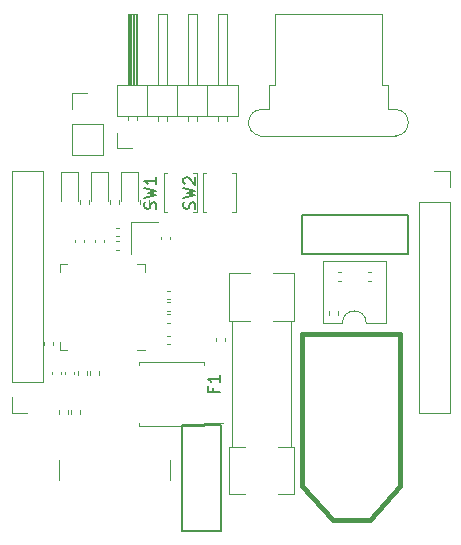
<source format=gbr>
%TF.GenerationSoftware,KiCad,Pcbnew,7.0.11*%
%TF.CreationDate,2025-01-11T04:22:47+09:00*%
%TF.ProjectId,PSU,5053552e-6b69-4636-9164-5f7063625858,rev?*%
%TF.SameCoordinates,Original*%
%TF.FileFunction,Legend,Top*%
%TF.FilePolarity,Positive*%
%FSLAX46Y46*%
G04 Gerber Fmt 4.6, Leading zero omitted, Abs format (unit mm)*
G04 Created by KiCad (PCBNEW 7.0.11) date 2025-01-11 04:22:47*
%MOMM*%
%LPD*%
G01*
G04 APERTURE LIST*
%ADD10C,0.150000*%
%ADD11C,0.120000*%
%ADD12C,0.400000*%
G04 APERTURE END LIST*
D10*
X149291200Y-93281332D02*
X149338819Y-93138475D01*
X149338819Y-93138475D02*
X149338819Y-92900380D01*
X149338819Y-92900380D02*
X149291200Y-92805142D01*
X149291200Y-92805142D02*
X149243580Y-92757523D01*
X149243580Y-92757523D02*
X149148342Y-92709904D01*
X149148342Y-92709904D02*
X149053104Y-92709904D01*
X149053104Y-92709904D02*
X148957866Y-92757523D01*
X148957866Y-92757523D02*
X148910247Y-92805142D01*
X148910247Y-92805142D02*
X148862628Y-92900380D01*
X148862628Y-92900380D02*
X148815009Y-93090856D01*
X148815009Y-93090856D02*
X148767390Y-93186094D01*
X148767390Y-93186094D02*
X148719771Y-93233713D01*
X148719771Y-93233713D02*
X148624533Y-93281332D01*
X148624533Y-93281332D02*
X148529295Y-93281332D01*
X148529295Y-93281332D02*
X148434057Y-93233713D01*
X148434057Y-93233713D02*
X148386438Y-93186094D01*
X148386438Y-93186094D02*
X148338819Y-93090856D01*
X148338819Y-93090856D02*
X148338819Y-92852761D01*
X148338819Y-92852761D02*
X148386438Y-92709904D01*
X148338819Y-92376570D02*
X149338819Y-92138475D01*
X149338819Y-92138475D02*
X148624533Y-91947999D01*
X148624533Y-91947999D02*
X149338819Y-91757523D01*
X149338819Y-91757523D02*
X148338819Y-91519428D01*
X148434057Y-91186094D02*
X148386438Y-91138475D01*
X148386438Y-91138475D02*
X148338819Y-91043237D01*
X148338819Y-91043237D02*
X148338819Y-90805142D01*
X148338819Y-90805142D02*
X148386438Y-90709904D01*
X148386438Y-90709904D02*
X148434057Y-90662285D01*
X148434057Y-90662285D02*
X148529295Y-90614666D01*
X148529295Y-90614666D02*
X148624533Y-90614666D01*
X148624533Y-90614666D02*
X148767390Y-90662285D01*
X148767390Y-90662285D02*
X149338819Y-91233713D01*
X149338819Y-91233713D02*
X149338819Y-90614666D01*
X145989200Y-93281332D02*
X146036819Y-93138475D01*
X146036819Y-93138475D02*
X146036819Y-92900380D01*
X146036819Y-92900380D02*
X145989200Y-92805142D01*
X145989200Y-92805142D02*
X145941580Y-92757523D01*
X145941580Y-92757523D02*
X145846342Y-92709904D01*
X145846342Y-92709904D02*
X145751104Y-92709904D01*
X145751104Y-92709904D02*
X145655866Y-92757523D01*
X145655866Y-92757523D02*
X145608247Y-92805142D01*
X145608247Y-92805142D02*
X145560628Y-92900380D01*
X145560628Y-92900380D02*
X145513009Y-93090856D01*
X145513009Y-93090856D02*
X145465390Y-93186094D01*
X145465390Y-93186094D02*
X145417771Y-93233713D01*
X145417771Y-93233713D02*
X145322533Y-93281332D01*
X145322533Y-93281332D02*
X145227295Y-93281332D01*
X145227295Y-93281332D02*
X145132057Y-93233713D01*
X145132057Y-93233713D02*
X145084438Y-93186094D01*
X145084438Y-93186094D02*
X145036819Y-93090856D01*
X145036819Y-93090856D02*
X145036819Y-92852761D01*
X145036819Y-92852761D02*
X145084438Y-92709904D01*
X145036819Y-92376570D02*
X146036819Y-92138475D01*
X146036819Y-92138475D02*
X145322533Y-91947999D01*
X145322533Y-91947999D02*
X146036819Y-91757523D01*
X146036819Y-91757523D02*
X145036819Y-91519428D01*
X146036819Y-90614666D02*
X146036819Y-91186094D01*
X146036819Y-90900380D02*
X145036819Y-90900380D01*
X145036819Y-90900380D02*
X145179676Y-90995618D01*
X145179676Y-90995618D02*
X145274914Y-91090856D01*
X145274914Y-91090856D02*
X145322533Y-91186094D01*
X150871009Y-108447333D02*
X150871009Y-108780666D01*
X151394819Y-108780666D02*
X150394819Y-108780666D01*
X150394819Y-108780666D02*
X150394819Y-108304476D01*
X151394819Y-107399714D02*
X151394819Y-107971142D01*
X151394819Y-107685428D02*
X150394819Y-107685428D01*
X150394819Y-107685428D02*
X150537676Y-107780666D01*
X150537676Y-107780666D02*
X150632914Y-107875904D01*
X150632914Y-107875904D02*
X150680533Y-107971142D01*
D11*
%TO.C,J1*%
X137826000Y-116232000D02*
X137826000Y-114532000D01*
X147166000Y-116232000D02*
X147166000Y-114532000D01*
%TO.C,SW2*%
X149984000Y-93598000D02*
X149984000Y-90298000D01*
X152784000Y-93598000D02*
X152784000Y-90298000D01*
X149984000Y-90298000D02*
X150284000Y-90298000D01*
X150284000Y-93598000D02*
X149984000Y-93598000D01*
X152484000Y-93598000D02*
X152784000Y-93598000D01*
X152784000Y-90298000D02*
X152484000Y-90298000D01*
%TO.C,SW1*%
X146682000Y-93598000D02*
X146682000Y-90298000D01*
X149482000Y-93598000D02*
X149482000Y-90298000D01*
X146682000Y-90298000D02*
X146982000Y-90298000D01*
X146982000Y-93598000D02*
X146682000Y-93598000D01*
X149182000Y-93598000D02*
X149482000Y-93598000D01*
X149482000Y-90298000D02*
X149182000Y-90298000D01*
%TO.C,F1*%
X152190000Y-113464000D02*
X152190000Y-117464000D01*
X157690000Y-102764000D02*
X157690000Y-98764000D01*
X152190000Y-98764000D02*
X152190000Y-102764000D01*
X157690000Y-113464000D02*
X156340000Y-113464000D01*
X155940000Y-98764000D02*
X157690000Y-98764000D01*
X157690000Y-113464000D02*
X157690000Y-117464000D01*
X157690000Y-102764000D02*
X155940000Y-102764000D01*
X153940000Y-98764000D02*
X152190000Y-98764000D01*
X152190000Y-102764000D02*
X153940000Y-102764000D01*
X152190000Y-113464000D02*
X153540000Y-113464000D01*
X152190000Y-117464000D02*
X153540000Y-117464000D01*
X152440000Y-102764000D02*
X152440000Y-113464000D01*
X157690000Y-117464000D02*
X156340000Y-117464000D01*
X157440000Y-102764000D02*
X157440000Y-113464000D01*
%TO.C,Y1*%
X146184000Y-94408000D02*
X143884000Y-94408000D01*
X143884000Y-94408000D02*
X143884000Y-97108000D01*
%TO.C,C2*%
X139880000Y-95902164D02*
X139880000Y-96117836D01*
X139160000Y-95902164D02*
X139160000Y-96117836D01*
%TO.C,J4*%
X142748000Y-88138000D02*
X142748000Y-86868000D01*
X144018000Y-88138000D02*
X142748000Y-88138000D01*
X146178000Y-85825071D02*
X146178000Y-85428000D01*
X146938000Y-85825071D02*
X146938000Y-85428000D01*
X148718000Y-85825071D02*
X148718000Y-85428000D01*
X149478000Y-85825071D02*
X149478000Y-85428000D01*
X151258000Y-85825071D02*
X151258000Y-85428000D01*
X152018000Y-85825071D02*
X152018000Y-85428000D01*
X143638000Y-85758000D02*
X143638000Y-85428000D01*
X144398000Y-85758000D02*
X144398000Y-85428000D01*
X142688000Y-85428000D02*
X152968000Y-85428000D01*
X145288000Y-85428000D02*
X145288000Y-82768000D01*
X147828000Y-85428000D02*
X147828000Y-82768000D01*
X150368000Y-85428000D02*
X150368000Y-82768000D01*
X152968000Y-85428000D02*
X152968000Y-82768000D01*
X142688000Y-82768000D02*
X142688000Y-85428000D01*
X143638000Y-82768000D02*
X143638000Y-76768000D01*
X143698000Y-82768000D02*
X143698000Y-76768000D01*
X143818000Y-82768000D02*
X143818000Y-76768000D01*
X143938000Y-82768000D02*
X143938000Y-76768000D01*
X144058000Y-82768000D02*
X144058000Y-76768000D01*
X144178000Y-82768000D02*
X144178000Y-76768000D01*
X144298000Y-82768000D02*
X144298000Y-76768000D01*
X146178000Y-82768000D02*
X146178000Y-76768000D01*
X148718000Y-82768000D02*
X148718000Y-76768000D01*
X151258000Y-82768000D02*
X151258000Y-76768000D01*
X152968000Y-82768000D02*
X142688000Y-82768000D01*
X143638000Y-76768000D02*
X144398000Y-76768000D01*
X144398000Y-76768000D02*
X144398000Y-82768000D01*
X146178000Y-76768000D02*
X146938000Y-76768000D01*
X146938000Y-76768000D02*
X146938000Y-82768000D01*
X148718000Y-76768000D02*
X149478000Y-76768000D01*
X149478000Y-76768000D02*
X149478000Y-82768000D01*
X151258000Y-76768000D02*
X152018000Y-76768000D01*
X152018000Y-76768000D02*
X152018000Y-82768000D01*
%TO.C,C8*%
X147175836Y-104770000D02*
X146960164Y-104770000D01*
X147175836Y-104050000D02*
X146960164Y-104050000D01*
%TO.C,R12*%
X139446000Y-107339641D02*
X139446000Y-107032359D01*
X140206000Y-107339641D02*
X140206000Y-107032359D01*
%TO.C,R2*%
X142594359Y-96021500D02*
X142901641Y-96021500D01*
X142594359Y-96781500D02*
X142901641Y-96781500D01*
%TO.C,R16*%
X160656000Y-102261641D02*
X160656000Y-101954359D01*
X161416000Y-102261641D02*
X161416000Y-101954359D01*
%TO.C,C7*%
X136546000Y-104783836D02*
X136546000Y-104568164D01*
X137266000Y-104783836D02*
X137266000Y-104568164D01*
%TO.C,J2*%
X136458000Y-107950000D02*
X136458000Y-90110000D01*
X136458000Y-107950000D02*
X133798000Y-107950000D01*
X136458000Y-90110000D02*
X133798000Y-90110000D01*
X135128000Y-110550000D02*
X133798000Y-110550000D01*
X133798000Y-110550000D02*
X133798000Y-109220000D01*
X133798000Y-107950000D02*
X133798000Y-90110000D01*
D12*
%TO.C,BT1*%
X160960000Y-119610000D02*
X164110000Y-119610000D01*
X164110000Y-119610000D02*
X166710000Y-116760000D01*
X158410000Y-116760000D02*
X160960000Y-119610000D01*
X166710000Y-116760000D02*
X166710000Y-103910000D01*
X158410000Y-103910000D02*
X158410000Y-116760000D01*
X166710000Y-103910000D02*
X158410000Y-103910000D01*
D11*
%TO.C,C11*%
X137941778Y-107081138D02*
X137941778Y-107296810D01*
X137221778Y-107081138D02*
X137221778Y-107296810D01*
%TO.C,C9*%
X141584000Y-95904164D02*
X141584000Y-96119836D01*
X140864000Y-95904164D02*
X140864000Y-96119836D01*
%TO.C,C4*%
X146452000Y-95865836D02*
X146452000Y-95650164D01*
X147172000Y-95865836D02*
X147172000Y-95650164D01*
%TO.C,R10*%
X138812000Y-110643641D02*
X138812000Y-110336359D01*
X139572000Y-110643641D02*
X139572000Y-110336359D01*
%TO.C,C6*%
X147173836Y-100944000D02*
X146958164Y-100944000D01*
X147173836Y-100224000D02*
X146958164Y-100224000D01*
D10*
%TO.C,RV2*%
X158354000Y-93854000D02*
X158354000Y-97154000D01*
X158354000Y-93854000D02*
X167354000Y-93854000D01*
X158354000Y-97154000D02*
X167354000Y-97154000D01*
X167354000Y-93854000D02*
X167354000Y-97154000D01*
D11*
%TO.C,U1*%
X150045000Y-111691000D02*
X150045000Y-111431000D01*
X150045000Y-111431000D02*
X151720000Y-111431000D01*
X150045000Y-106241000D02*
X150045000Y-106501000D01*
X147320000Y-111691000D02*
X150045000Y-111691000D01*
X147320000Y-111691000D02*
X144595000Y-111691000D01*
X147320000Y-106241000D02*
X150045000Y-106241000D01*
X147320000Y-106241000D02*
X144595000Y-106241000D01*
X144595000Y-111691000D02*
X144595000Y-111431000D01*
X144595000Y-106241000D02*
X144595000Y-106501000D01*
%TO.C,R4*%
X142114000Y-92861641D02*
X142114000Y-92554359D01*
X142874000Y-92861641D02*
X142874000Y-92554359D01*
%TO.C,D2*%
X141959000Y-90173000D02*
X140489000Y-90173000D01*
X140489000Y-90173000D02*
X140489000Y-92633000D01*
X141959000Y-92633000D02*
X141959000Y-90173000D01*
%TO.C,R13*%
X140463000Y-107341641D02*
X140463000Y-107034359D01*
X141223000Y-107341641D02*
X141223000Y-107034359D01*
%TO.C,U3*%
X165454000Y-102935000D02*
X165454000Y-97735000D01*
X165454000Y-97735000D02*
X160154000Y-97735000D01*
X163804000Y-102935000D02*
X165454000Y-102935000D01*
X160154000Y-102935000D02*
X161804000Y-102935000D01*
X160154000Y-97735000D02*
X160154000Y-102935000D01*
X163804000Y-102935000D02*
G75*
G03*
X161804000Y-102935000I-1000000J0D01*
G01*
%TO.C,R5*%
X139574000Y-92861641D02*
X139574000Y-92554359D01*
X140334000Y-92861641D02*
X140334000Y-92554359D01*
%TO.C,J5*%
X154856000Y-84876000D02*
X155556000Y-84876000D01*
X154856000Y-87096000D02*
X166376000Y-87096000D01*
X155556000Y-82826000D02*
X155556000Y-84876000D01*
X155556000Y-82826000D02*
X156086000Y-82826000D01*
X156086000Y-76826000D02*
X156086000Y-82826000D01*
X156086000Y-76826000D02*
X165116000Y-76826000D01*
X165146000Y-76826000D02*
X165146000Y-82826000D01*
X165146000Y-82826000D02*
X165676000Y-82826000D01*
X165676000Y-82826000D02*
X165676000Y-84876000D01*
X165676000Y-84876000D02*
X166376000Y-84876000D01*
X154966000Y-84876001D02*
G75*
G03*
X154794271Y-87082634I1J-1109999D01*
G01*
X166266000Y-87096000D02*
G75*
G03*
X166266000Y-84876000I0J1110000D01*
G01*
%TO.C,R11*%
X137796000Y-110643641D02*
X137796000Y-110336359D01*
X138556000Y-110643641D02*
X138556000Y-110336359D01*
%TO.C,D1*%
X144499000Y-90173000D02*
X143029000Y-90173000D01*
X143029000Y-90173000D02*
X143029000Y-92633000D01*
X144499000Y-92633000D02*
X144499000Y-90173000D01*
%TO.C,J3*%
X168240000Y-92710000D02*
X168240000Y-110550000D01*
X168240000Y-92710000D02*
X170900000Y-92710000D01*
X168240000Y-110550000D02*
X170900000Y-110550000D01*
X169570000Y-90110000D02*
X170900000Y-90110000D01*
X170900000Y-90110000D02*
X170900000Y-91440000D01*
X170900000Y-92710000D02*
X170900000Y-110550000D01*
%TO.C,R9*%
X146914359Y-102236000D02*
X147221641Y-102236000D01*
X146914359Y-102996000D02*
X147221641Y-102996000D01*
%TO.C,R15*%
X161699641Y-99440000D02*
X161392359Y-99440000D01*
X161699641Y-98680000D02*
X161392359Y-98680000D01*
%TO.C,C5*%
X142668164Y-94890000D02*
X142883836Y-94890000D01*
X142668164Y-95610000D02*
X142883836Y-95610000D01*
%TO.C,R1*%
X151090000Y-104196359D02*
X151090000Y-104503641D01*
X151850000Y-104196359D02*
X151850000Y-104503641D01*
%TO.C,D3*%
X139419000Y-90173000D02*
X137949000Y-90173000D01*
X137949000Y-90173000D02*
X137949000Y-92633000D01*
X139419000Y-92633000D02*
X139419000Y-90173000D01*
D10*
%TO.C,RV1*%
X151510000Y-111578000D02*
X148210000Y-111578000D01*
X151510000Y-111578000D02*
X151510000Y-120578000D01*
X148210000Y-111578000D02*
X148210000Y-120578000D01*
X151510000Y-120578000D02*
X148210000Y-120578000D01*
D11*
%TO.C,R14*%
X163930359Y-98680000D02*
X164237641Y-98680000D01*
X163930359Y-99440000D02*
X164237641Y-99440000D01*
%TO.C,U2*%
X145088000Y-97990000D02*
X145088000Y-98640000D01*
X144438000Y-105210000D02*
X145088000Y-105210000D01*
X144438000Y-97990000D02*
X145088000Y-97990000D01*
X138518000Y-105210000D02*
X137868000Y-105210000D01*
X138518000Y-97990000D02*
X137868000Y-97990000D01*
X137868000Y-105210000D02*
X137868000Y-104560000D01*
X137868000Y-97990000D02*
X137868000Y-98640000D01*
%TO.C,R3*%
X144654000Y-92861641D02*
X144654000Y-92554359D01*
X145414000Y-92861641D02*
X145414000Y-92554359D01*
%TO.C,R8*%
X147219641Y-101980000D02*
X146912359Y-101980000D01*
X147219641Y-101220000D02*
X146912359Y-101220000D01*
%TO.C,J6*%
X138878000Y-83506000D02*
X140208000Y-83506000D01*
X138878000Y-84836000D02*
X138878000Y-83506000D01*
X138878000Y-86106000D02*
X138878000Y-88706000D01*
X138878000Y-86106000D02*
X141538000Y-86106000D01*
X138878000Y-88706000D02*
X141538000Y-88706000D01*
X141538000Y-86106000D02*
X141538000Y-88706000D01*
%TO.C,C1*%
X138324000Y-107295836D02*
X138324000Y-107080164D01*
X139044000Y-107295836D02*
X139044000Y-107080164D01*
%TD*%
M02*

</source>
